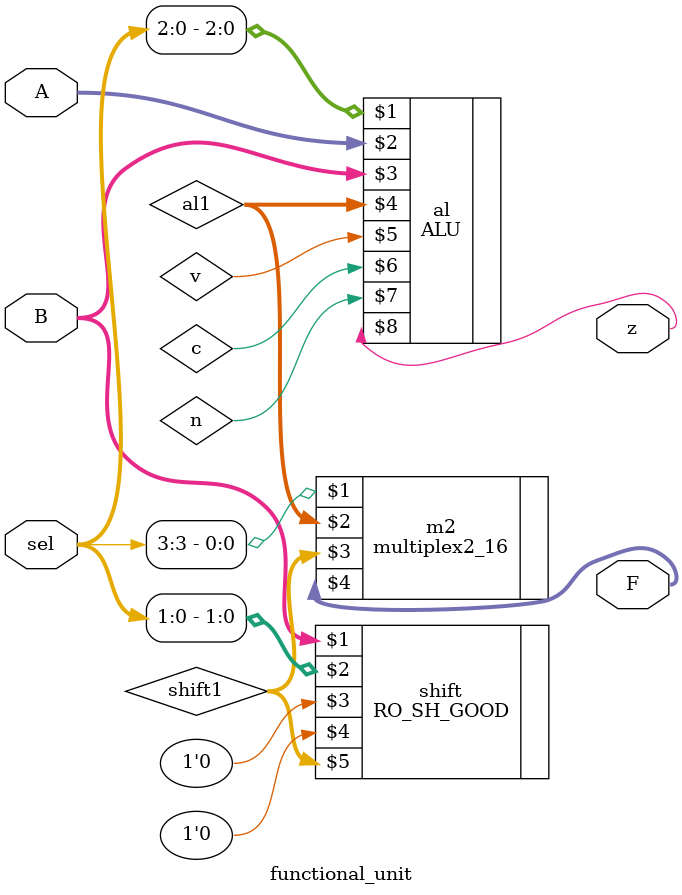
<source format=v>
module functional_unit (input [3:0] sel, input [15:0] A, input [15:0] B, output [15:0] F, output z);
wire [15:0] al1;
wire [15:0] shift1;
wire v,c,n;
ALU al (sel [2:0], A, B, al1, v,c,n,z);

RO_SH_GOOD shift (B, sel[1:0], 1'b0, 1'b0, shift1);

multiplex2_16 m2(sel[3], al1, shift1, F);


endmodule

</source>
